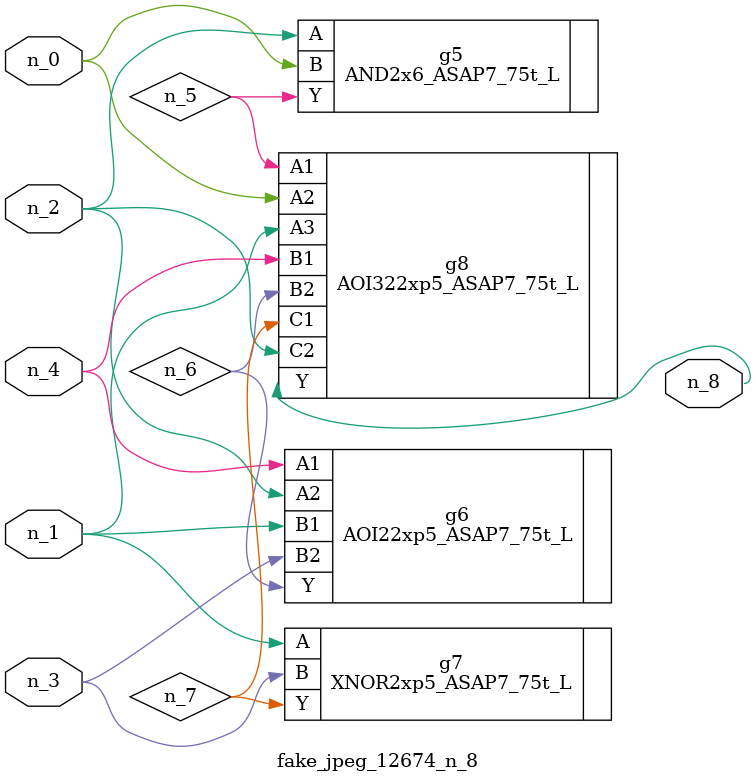
<source format=v>
module fake_jpeg_12674_n_8 (n_3, n_2, n_1, n_0, n_4, n_8);

input n_3;
input n_2;
input n_1;
input n_0;
input n_4;

output n_8;

wire n_6;
wire n_5;
wire n_7;

AND2x6_ASAP7_75t_L g5 ( 
.A(n_2),
.B(n_0),
.Y(n_5)
);

AOI22xp5_ASAP7_75t_L g6 ( 
.A1(n_4),
.A2(n_2),
.B1(n_1),
.B2(n_3),
.Y(n_6)
);

XNOR2xp5_ASAP7_75t_L g7 ( 
.A(n_1),
.B(n_3),
.Y(n_7)
);

AOI322xp5_ASAP7_75t_L g8 ( 
.A1(n_5),
.A2(n_0),
.A3(n_1),
.B1(n_4),
.B2(n_6),
.C1(n_7),
.C2(n_2),
.Y(n_8)
);


endmodule
</source>
